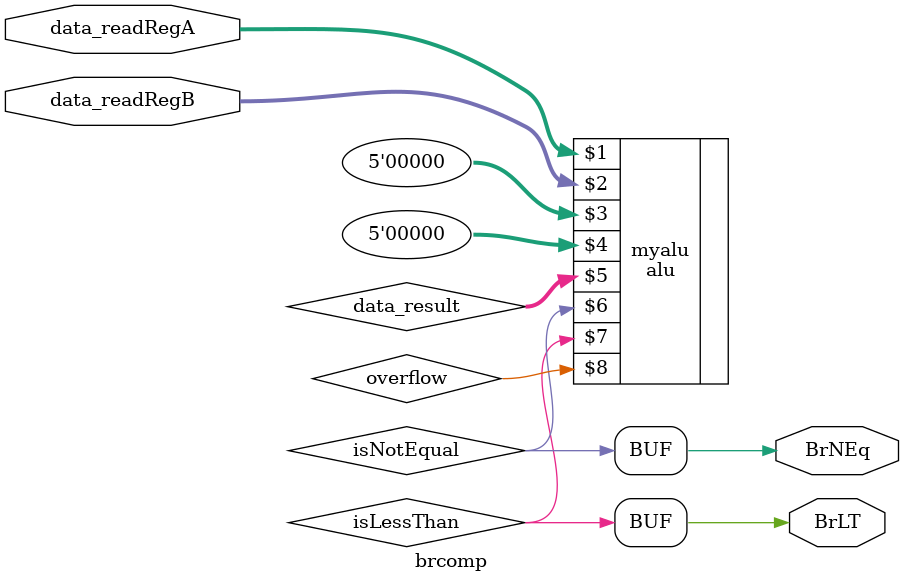
<source format=v>
module brcomp(data_readRegA,data_readRegB,BrNEq,BrLT);
input [31:0] data_readRegA,data_readRegB;
output BrNEq,BrLT;

wire [31:0] data_result;
//wire [4:0] ctrl_ALUopcode, ctrl_shiftamt;
wire isNotEqual, isLessThan, overflow;
alu myalu(data_readRegA, data_readRegB, 5'b00000,5'b00000, data_result, isNotEqual, isLessThan, overflow);

and a1(BrNEq,isNotEqual,1'b1);
and a2(BrLT,isLessThan,1'b1);

endmodule


</source>
